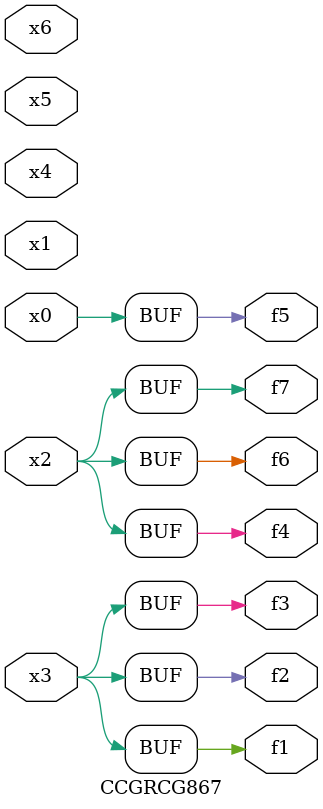
<source format=v>
module CCGRCG867(
	input x0, x1, x2, x3, x4, x5, x6,
	output f1, f2, f3, f4, f5, f6, f7
);
	assign f1 = x3;
	assign f2 = x3;
	assign f3 = x3;
	assign f4 = x2;
	assign f5 = x0;
	assign f6 = x2;
	assign f7 = x2;
endmodule

</source>
